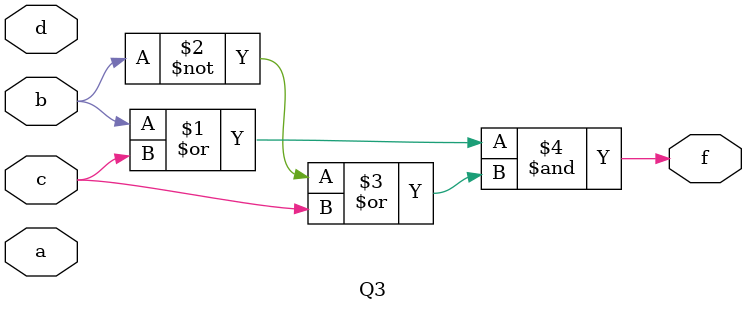
<source format=v>
module Q3(a,b,c,d,f);
    input a,b,c,d;
    output f;
    assign f = ((b | c)&(~b | c)); 
endmodule

</source>
